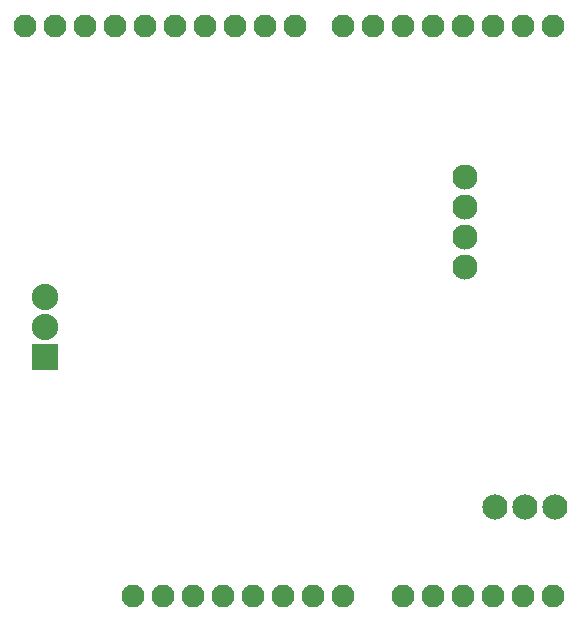
<source format=gbs>
G04 MADE WITH FRITZING*
G04 WWW.FRITZING.ORG*
G04 DOUBLE SIDED*
G04 HOLES PLATED*
G04 CONTOUR ON CENTER OF CONTOUR VECTOR*
%ASAXBY*%
%FSLAX23Y23*%
%MOIN*%
%OFA0B0*%
%SFA1.0B1.0*%
%ADD10C,0.084000*%
%ADD11C,0.083889*%
%ADD12C,0.076194*%
%ADD13C,0.076222*%
%ADD14C,0.088000*%
%ADD15R,0.088000X0.088000*%
%LNMASK0*%
G90*
G70*
G54D10*
X2321Y385D03*
X2421Y385D03*
X2521Y385D03*
G54D11*
X2221Y1186D03*
X2221Y1285D03*
X2221Y1385D03*
X2221Y1485D03*
G54D12*
X2114Y90D03*
X2214Y90D03*
X2314Y90D03*
X2414Y90D03*
X2514Y90D03*
G54D13*
X1654Y1990D03*
X1554Y1990D03*
X1454Y1990D03*
X1354Y1990D03*
X1254Y1990D03*
X1154Y1990D03*
X1054Y1990D03*
X954Y1990D03*
X854Y1990D03*
X754Y1990D03*
X2514Y1990D03*
X2414Y1990D03*
X2314Y1990D03*
X2214Y1990D03*
X2114Y1990D03*
X2014Y1990D03*
X1914Y1990D03*
X1814Y1990D03*
G54D12*
X1214Y90D03*
X1114Y90D03*
X1314Y90D03*
X1414Y90D03*
X1514Y90D03*
X1614Y90D03*
X1714Y90D03*
X1814Y90D03*
X2014Y90D03*
G54D14*
X821Y885D03*
X821Y985D03*
X821Y1085D03*
G54D15*
X821Y885D03*
G04 End of Mask0*
M02*
</source>
